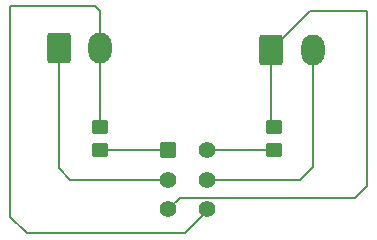
<source format=gbr>
%TF.GenerationSoftware,KiCad,Pcbnew,9.0.3*%
%TF.CreationDate,2025-08-16T18:10:03-03:00*%
%TF.ProjectId,CANBusTerminator,43414e42-7573-4546-9572-6d696e61746f,rev?*%
%TF.SameCoordinates,Original*%
%TF.FileFunction,Copper,L1,Top*%
%TF.FilePolarity,Positive*%
%FSLAX46Y46*%
G04 Gerber Fmt 4.6, Leading zero omitted, Abs format (unit mm)*
G04 Created by KiCad (PCBNEW 9.0.3) date 2025-08-16 18:10:03*
%MOMM*%
%LPD*%
G01*
G04 APERTURE LIST*
G04 Aperture macros list*
%AMRoundRect*
0 Rectangle with rounded corners*
0 $1 Rounding radius*
0 $2 $3 $4 $5 $6 $7 $8 $9 X,Y pos of 4 corners*
0 Add a 4 corners polygon primitive as box body*
4,1,4,$2,$3,$4,$5,$6,$7,$8,$9,$2,$3,0*
0 Add four circle primitives for the rounded corners*
1,1,$1+$1,$2,$3*
1,1,$1+$1,$4,$5*
1,1,$1+$1,$6,$7*
1,1,$1+$1,$8,$9*
0 Add four rect primitives between the rounded corners*
20,1,$1+$1,$2,$3,$4,$5,0*
20,1,$1+$1,$4,$5,$6,$7,0*
20,1,$1+$1,$6,$7,$8,$9,0*
20,1,$1+$1,$8,$9,$2,$3,0*%
G04 Aperture macros list end*
%TA.AperFunction,SMDPad,CuDef*%
%ADD10RoundRect,0.250000X-0.450000X0.350000X-0.450000X-0.350000X0.450000X-0.350000X0.450000X0.350000X0*%
%TD*%
%TA.AperFunction,ComponentPad*%
%ADD11RoundRect,0.250000X-0.750000X-1.050000X0.750000X-1.050000X0.750000X1.050000X-0.750000X1.050000X0*%
%TD*%
%TA.AperFunction,ComponentPad*%
%ADD12O,2.000000X2.600000*%
%TD*%
%TA.AperFunction,ComponentPad*%
%ADD13RoundRect,0.250000X-0.450000X0.450000X-0.450000X-0.450000X0.450000X-0.450000X0.450000X0.450000X0*%
%TD*%
%TA.AperFunction,ComponentPad*%
%ADD14C,1.400000*%
%TD*%
%TA.AperFunction,Conductor*%
%ADD15C,0.200000*%
%TD*%
G04 APERTURE END LIST*
D10*
%TO.P,R1,1*%
%TO.N,Net-(J1-Pin_2)*%
X173600000Y-90400000D03*
%TO.P,R1,2*%
%TO.N,Net-(R1-Pad2)*%
X173600000Y-92400000D03*
%TD*%
%TO.P,R2,1*%
%TO.N,Net-(J2-Pin_1)*%
X188300000Y-90400000D03*
%TO.P,R2,2*%
%TO.N,Net-(R2-Pad2)*%
X188300000Y-92400000D03*
%TD*%
D11*
%TO.P,J2,1,Pin_1*%
%TO.N,Net-(J2-Pin_1)*%
X188100000Y-83900000D03*
D12*
%TO.P,J2,2,Pin_2*%
%TO.N,Net-(J2-Pin_2)*%
X191600000Y-83900000D03*
%TD*%
D11*
%TO.P,J1,1,Pin_1*%
%TO.N,Net-(J1-Pin_1)*%
X170100000Y-83700000D03*
D12*
%TO.P,J1,2,Pin_2*%
%TO.N,Net-(J1-Pin_2)*%
X173600000Y-83700000D03*
%TD*%
D13*
%TO.P,SW1,1,A*%
%TO.N,Net-(R1-Pad2)*%
X179400000Y-92400000D03*
D14*
%TO.P,SW1,2,B*%
%TO.N,Net-(J1-Pin_1)*%
X179400000Y-94900000D03*
%TO.P,SW1,3,C*%
%TO.N,Net-(J2-Pin_1)*%
X179400000Y-97400000D03*
%TO.P,SW1,4,A*%
%TO.N,Net-(J1-Pin_2)*%
X182700000Y-97400000D03*
%TO.P,SW1,5,B*%
%TO.N,Net-(J2-Pin_2)*%
X182700000Y-94900000D03*
%TO.P,SW1,6,C*%
%TO.N,Net-(R2-Pad2)*%
X182700000Y-92400000D03*
%TD*%
D15*
%TO.N,Net-(J1-Pin_2)*%
X180800000Y-99400000D02*
X182700000Y-97500000D01*
X173600000Y-80600000D02*
X173200000Y-80200000D01*
X173200000Y-80200000D02*
X166000000Y-80200000D01*
X173600000Y-83700000D02*
X173600000Y-90400000D01*
X173600000Y-83700000D02*
X173600000Y-80600000D01*
X166000000Y-98000000D02*
X167400000Y-99400000D01*
X182700000Y-97500000D02*
X182700000Y-97400000D01*
X167400000Y-99400000D02*
X180800000Y-99400000D01*
X166000000Y-80200000D02*
X166000000Y-98000000D01*
%TO.N,Net-(J1-Pin_1)*%
X171100000Y-94900000D02*
X179400000Y-94900000D01*
X170100000Y-93900000D02*
X171100000Y-94900000D01*
X170100000Y-83700000D02*
X170100000Y-93900000D01*
%TO.N,Net-(J2-Pin_2)*%
X191600000Y-83900000D02*
X191600000Y-93800000D01*
X191600000Y-93800000D02*
X190500000Y-94900000D01*
X190500000Y-94900000D02*
X182700000Y-94900000D01*
%TO.N,Net-(J2-Pin_1)*%
X191400000Y-80600000D02*
X196200000Y-80600000D01*
X196200000Y-80600000D02*
X196200000Y-95400000D01*
X188100000Y-83900000D02*
X191400000Y-80600000D01*
X188100000Y-83900000D02*
X188100000Y-90200000D01*
X180400000Y-96400000D02*
X179400000Y-97400000D01*
X196200000Y-95400000D02*
X195200000Y-96400000D01*
X188100000Y-90200000D02*
X188300000Y-90400000D01*
X195200000Y-96400000D02*
X180400000Y-96400000D01*
%TO.N,Net-(R1-Pad2)*%
X173600000Y-92400000D02*
X179400000Y-92400000D01*
%TO.N,Net-(R2-Pad2)*%
X182900000Y-92200000D02*
X182700000Y-92400000D01*
X188300000Y-92400000D02*
X182700000Y-92400000D01*
%TD*%
M02*

</source>
